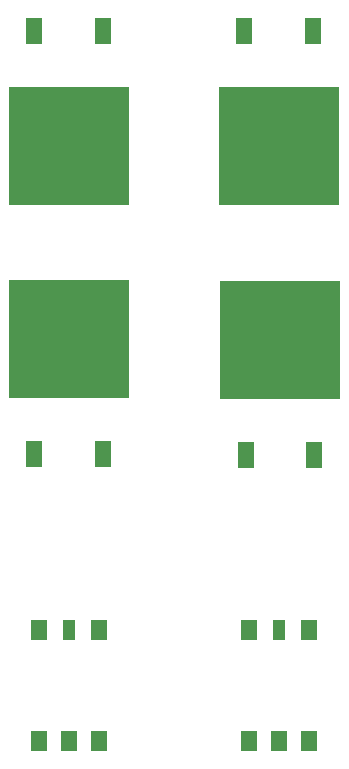
<source format=gbr>
G04 EAGLE Gerber RS-274X export*
G75*
%MOMM*%
%FSLAX34Y34*%
%LPD*%
%INSolderpaste Top*%
%IPPOS*%
%AMOC8*
5,1,8,0,0,1.08239X$1,22.5*%
G01*
%ADD10R,1.320800X2.209800*%
%ADD11R,10.210800X10.007600*%
%ADD12R,1.450000X1.700000*%
%ADD13R,1.018200X1.700000*%


D10*
X282956Y1379093D03*
X225044Y1379093D03*
D11*
X254000Y1281684D03*
D10*
X460756Y1379093D03*
X402844Y1379093D03*
D11*
X431800Y1281684D03*
D12*
X228600Y778500D03*
X254000Y778500D03*
X279400Y778500D03*
X279400Y872500D03*
D13*
X254000Y872500D03*
D12*
X228600Y872500D03*
X406400Y778500D03*
X431800Y778500D03*
X457200Y778500D03*
X457200Y872500D03*
D13*
X431800Y872500D03*
D12*
X406400Y872500D03*
D10*
X225044Y1021207D03*
X282956Y1021207D03*
D11*
X254000Y1118616D03*
D10*
X404114Y1019937D03*
X462026Y1019937D03*
D11*
X433070Y1117346D03*
M02*

</source>
